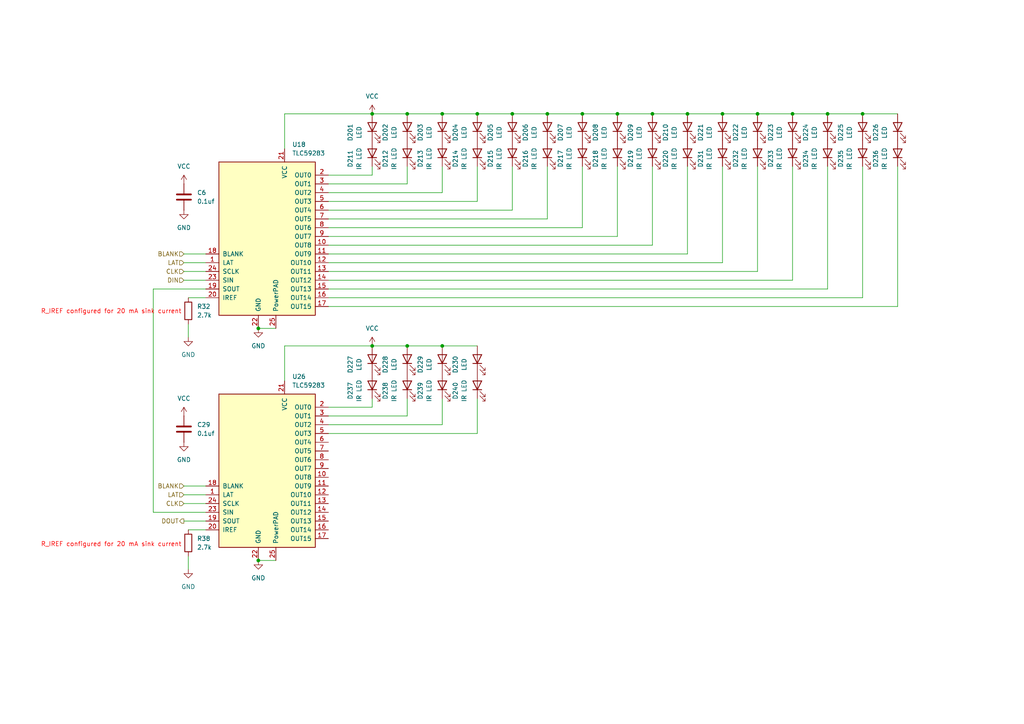
<source format=kicad_sch>
(kicad_sch (version 20250114) (generator "eeschema") (generator_version "9.0")
  (paper "A4")
  (lib_symbols
    (symbol "Device:C" (pin_numbers (hide yes)) (pin_names (offset 0.254))
      (property "Reference" "C" (at 0.635 2.54 0))
      (property "Value" "C" (at 0.635 -2.54 0))
      (symbol "C_0_1"
        (polyline (pts (xy -2.032 0.762) (xy 2.032 0.762)) (stroke (width 0.508)))
        (polyline (pts (xy -2.032 -0.762) (xy 2.032 -0.762)) (stroke (width 0.508)))
      )
      (symbol "C_1_1"
        (pin passive line (at 0 3.81 270) (length 2.794) (name "~") (number "1"))
        (pin passive line (at 0 -3.81 90) (length 2.794) (name "~") (number "2"))
      )
    )
    (symbol "Device:LED" (pin_numbers (hide yes)) (pin_names (offset 1.016) (hide yes))
      (property "Reference" "D" (at 0 2.54 0))
      (property "Value" "LED" (at 0 -2.54 0))
      (symbol "LED_0_1"
        (polyline (pts (xy -3.048 -0.762) (xy -4.572 -2.286) (xy -3.81 -2.286) (xy -4.572 -2.286) (xy -4.572 -1.524)))
        (polyline (pts (xy -1.778 -0.762) (xy -3.302 -2.286) (xy -2.54 -2.286) (xy -3.302 -2.286) (xy -3.302 -1.524)))
        (polyline (pts (xy -1.27 0) (xy 1.27 0)))
        (polyline (pts (xy -1.27 -1.27) (xy -1.27 1.27)) (stroke (width 0.254)))
        (polyline (pts (xy 1.27 -1.27) (xy 1.27 1.27) (xy -1.27 0) (xy 1.27 -1.27)) (stroke (width 0.254)))
      )
      (symbol "LED_1_1"
        (pin passive line (at -3.81 0 0) (length 2.54) (name "K") (number "1"))
        (pin passive line (at 3.81 0 180) (length 2.54) (name "A") (number "2"))
      )
    )
    (symbol "Device:R" (pin_numbers (hide yes)) (pin_names (offset 0))
      (property "Reference" "R" (at 2.032 0 90))
      (property "Value" "R" (at 0 0 90))
      (symbol "R_0_1"
        (rectangle (start -1.016 -2.54) (end 1.016 2.54) (stroke (width 0.254)))
      )
      (symbol "R_1_1"
        (pin passive line (at 0 3.81 270) (length 1.27) (name "~") (number "1"))
        (pin passive line (at 0 -3.81 90) (length 1.27) (name "~") (number "2"))
      )
    )
    (symbol "custom_symbols:TLC59283" (pin_names (offset 1.016))
      (property "Reference" "U" (at -13.97 38.1 0))
      (property "Value" "TLC59283" (at -13.97 35.56 0))
      (symbol "TLC59283_0_1"
        (rectangle (start -13.97 34.29) (end 13.97 -10.16) (stroke (width 0.254)) (fill (type background)))
        (pin input line (at -17.78 7.62 0) (length 3.81) (name "BLANK") (number "18"))
        (pin input line (at -17.78 5.08 0) (length 3.81) (name "LAT") (number "1"))
        (pin input line (at -17.78 2.54 0) (length 3.81) (name "SCLK") (number "24"))
        (pin input line (at -17.78 -5.08 0) (length 3.81) (name "IREF") (number "20"))
        (pin power_in line (at 5.08 38.1 270) (length 3.81) (name "VCC") (number "21"))
        (pin output line (at 17.78 30.48 180) (length 3.81) (name "OUT0") (number "2"))
        (pin output line (at 17.78 27.94 180) (length 3.81) (name "OUT1") (number "3"))
        (pin output line (at 17.78 25.4 180) (length 3.81) (name "OUT2") (number "4"))
        (pin output line (at 17.78 22.86 180) (length 3.81) (name "OUT3") (number "5"))
        (pin output line (at 17.78 20.32 180) (length 3.81) (name "OUT4") (number "6"))
        (pin output line (at 17.78 17.78 180) (length 3.81) (name "OUT5") (number "7"))
        (pin output line (at 17.78 15.24 180) (length 3.81) (name "OUT6") (number "8"))
        (pin output line (at 17.78 12.7 180) (length 3.81) (name "OUT7") (number "9"))
        (pin output line (at 17.78 10.16 180) (length 3.81) (name "OUT8") (number "10"))
        (pin output line (at 17.78 7.62 180) (length 3.81) (name "OUT9") (number "11"))
        (pin output line (at 17.78 5.08 180) (length 3.81) (name "OUT10") (number "12"))
        (pin output line (at 17.78 2.54 180) (length 3.81) (name "OUT11") (number "13"))
        (pin output line (at 17.78 0 180) (length 3.81) (name "OUT12") (number "14"))
        (pin output line (at 17.78 -2.54 180) (length 3.81) (name "OUT13") (number "15"))
        (pin output line (at 17.78 -5.08 180) (length 3.81) (name "OUT14") (number "16"))
      )
      (symbol "TLC59283_1_1"
        (pin input line (at -17.78 0 0) (length 3.81) (name "SIN") (number "23"))
        (pin output line (at -17.78 -2.54 0) (length 3.81) (name "SOUT") (number "19"))
        (pin power_in line (at -2.54 -13.97 90) (length 3.81) (name "GND") (number "22"))
        (pin power_in line (at 2.54 -13.97 90) (length 3.81) (name "PowerPAD") (number "25"))
        (pin output line (at 17.78 -7.62 180) (length 3.81) (name "OUT15") (number "17"))
      )
    )
    (symbol "power:+5V" (power) (pin_numbers (hide yes)) (pin_names (offset 0) (hide yes))
      (property "Value" "+5V" (at 0 3.556 0))
      (symbol "+5V_0_1"
        (polyline (pts (xy -0.762 1.27) (xy 0 2.54)))
        (polyline (pts (xy 0 2.54) (xy 0.762 1.27)))
        (polyline (pts (xy 0 0) (xy 0 2.54)))
      )
      (symbol "+5V_1_1"
        (pin power_in line (at 0 0 90) (length 0) (name "~") (number "1"))
      )
    )
    (symbol "power:+BATT" (power) (pin_numbers (hide yes)) (pin_names (offset 0) (hide yes))
      (property "Value" "+BATT" (at 0 3.556 0))
      (symbol "+BATT_0_1"
        (polyline (pts (xy -0.762 1.27) (xy 0 2.54)))
        (polyline (pts (xy 0 2.54) (xy 0.762 1.27)))
        (polyline (pts (xy 0 0) (xy 0 2.54)))
      )
      (symbol "+BATT_1_1"
        (pin power_in line (at 0 0 90) (length 0) (name "~") (number "1"))
      )
    )
    (symbol "power:GND" (power) (pin_numbers (hide yes)) (pin_names (offset 0) (hide yes))
      (property "Value" "GND" (at 0 -3.81 0))
      (symbol "GND_0_1"
        (polyline (pts (xy 0 0) (xy 0 -1.27) (xy 1.27 -1.27) (xy 0 -2.54) (xy -1.27 -1.27) (xy 0 -1.27)))
      )
      (symbol "GND_1_1"
        (pin power_in line (at 0 0 270) (length 0) (name "~") (number "1"))
      )
    )
  )
  (text "R_IREF configured for 20 mA sink current" (at 32.258 90.424 0) (effects (font (size 1.27 1.27))))
  (text "R_IREF configured for 20 mA sink current" (at 32.258 157.988 0) (effects (font (size 1.27 1.27))))
  (junction (at 168.91 33.02))
  (junction (at 240.03 33.02))
  (junction (at 118.11 33.02))
  (junction (at 189.23 33.02))
  (junction (at 179.07 33.02))
  (junction (at 128.27 33.02))
  (junction (at 107.95 33.02))
  (junction (at 250.19 33.02))
  (junction (at 148.59 33.02))
  (junction (at 209.55 33.02))
  (junction (at 199.39 33.02))
  (junction (at 107.95 100.33))
  (junction (at 118.11 100.33))
  (junction (at 158.75 33.02))
  (junction (at 74.93 162.56))
  (junction (at 138.43 33.02))
  (junction (at 74.93 95.25))
  (junction (at 229.87 33.02))
  (junction (at 128.27 100.33))
  (junction (at 219.71 33.02))
  (wire (pts (xy 128.27 100.33) (xy 138.43 100.33)))
  (wire (pts (xy 199.39 73.66) (xy 199.39 48.26)))
  (wire (pts (xy 128.27 55.88) (xy 95.25 55.88)))
  (wire (pts (xy 189.23 71.12) (xy 189.23 48.26)))
  (wire (pts (xy 199.39 33.02) (xy 209.55 33.02)))
  (wire (pts (xy 128.27 48.26) (xy 128.27 55.88)))
  (wire (pts (xy 53.34 151.13) (xy 59.69 151.13)))
  (wire (pts (xy 179.07 48.26) (xy 179.07 68.58)))
  (wire (pts (xy 138.43 48.26) (xy 138.43 58.42)))
  (wire (pts (xy 82.55 110.49) (xy 82.55 100.33)))
  (wire (pts (xy 118.11 115.57) (xy 118.11 120.65)))
  (wire (pts (xy 118.11 120.65) (xy 95.25 120.65)))
  (wire (pts (xy 74.93 95.25) (xy 80.01 95.25)))
  (wire (pts (xy 219.71 48.26) (xy 219.71 78.74)))
  (wire (pts (xy 229.87 81.28) (xy 229.87 48.26)))
  (wire (pts (xy 250.19 86.36) (xy 250.19 48.26)))
  (wire (pts (xy 107.95 50.8) (xy 95.25 50.8)))
  (wire (pts (xy 44.45 83.82) (xy 59.69 83.82)))
  (wire (pts (xy 260.35 48.26) (xy 260.35 88.9)))
  (wire (pts (xy 158.75 48.26) (xy 158.75 63.5)))
  (wire (pts (xy 118.11 100.33) (xy 128.27 100.33)))
  (wire (pts (xy 82.55 100.33) (xy 107.95 100.33)))
  (wire (pts (xy 240.03 48.26) (xy 240.03 83.82)))
  (wire (pts (xy 107.95 33.02) (xy 118.11 33.02)))
  (wire (pts (xy 95.25 76.2) (xy 209.55 76.2)))
  (wire (pts (xy 107.95 115.57) (xy 107.95 118.11)))
  (wire (pts (xy 168.91 48.26) (xy 168.91 66.04)))
  (wire (pts (xy 118.11 53.34) (xy 95.25 53.34)))
  (wire (pts (xy 59.69 153.67) (xy 54.61 153.67)))
  (wire (pts (xy 138.43 125.73) (xy 95.25 125.73)))
  (wire (pts (xy 158.75 33.02) (xy 168.91 33.02)))
  (wire (pts (xy 118.11 48.26) (xy 118.11 53.34)))
  (wire (pts (xy 95.25 86.36) (xy 250.19 86.36)))
  (wire (pts (xy 250.19 33.02) (xy 260.35 33.02)))
  (wire (pts (xy 53.34 140.97) (xy 59.69 140.97)))
  (wire (pts (xy 44.45 83.82) (xy 44.45 148.59)))
  (wire (pts (xy 179.07 68.58) (xy 95.25 68.58)))
  (wire (pts (xy 158.75 63.5) (xy 95.25 63.5)))
  (wire (pts (xy 148.59 33.02) (xy 158.75 33.02)))
  (wire (pts (xy 95.25 71.12) (xy 189.23 71.12)))
  (wire (pts (xy 168.91 33.02) (xy 179.07 33.02)))
  (wire (pts (xy 53.34 73.66) (xy 59.69 73.66)))
  (wire (pts (xy 53.34 81.28) (xy 59.69 81.28)))
  (wire (pts (xy 107.95 48.26) (xy 107.95 50.8)))
  (wire (pts (xy 138.43 33.02) (xy 148.59 33.02)))
  (wire (pts (xy 53.34 146.05) (xy 59.69 146.05)))
  (wire (pts (xy 138.43 58.42) (xy 95.25 58.42)))
  (wire (pts (xy 219.71 33.02) (xy 229.87 33.02)))
  (wire (pts (xy 74.93 162.56) (xy 80.01 162.56)))
  (wire (pts (xy 53.34 78.74) (xy 59.69 78.74)))
  (wire (pts (xy 118.11 33.02) (xy 128.27 33.02)))
  (wire (pts (xy 95.25 81.28) (xy 229.87 81.28)))
  (wire (pts (xy 229.87 33.02) (xy 240.03 33.02)))
  (wire (pts (xy 44.45 148.59) (xy 59.69 148.59)))
  (wire (pts (xy 107.95 100.33) (xy 118.11 100.33)))
  (wire (pts (xy 240.03 83.82) (xy 95.25 83.82)))
  (wire (pts (xy 54.61 161.29) (xy 54.61 165.1)))
  (wire (pts (xy 54.61 93.98) (xy 54.61 97.79)))
  (wire (pts (xy 148.59 48.26) (xy 148.59 60.96)))
  (wire (pts (xy 59.69 86.36) (xy 54.61 86.36)))
  (wire (pts (xy 128.27 123.19) (xy 95.25 123.19)))
  (wire (pts (xy 82.55 43.18) (xy 82.55 33.02)))
  (wire (pts (xy 128.27 115.57) (xy 128.27 123.19)))
  (wire (pts (xy 53.34 76.2) (xy 59.69 76.2)))
  (wire (pts (xy 53.34 143.51) (xy 59.69 143.51)))
  (wire (pts (xy 189.23 33.02) (xy 199.39 33.02)))
  (wire (pts (xy 82.55 33.02) (xy 107.95 33.02)))
  (wire (pts (xy 209.55 33.02) (xy 219.71 33.02)))
  (wire (pts (xy 240.03 33.02) (xy 250.19 33.02)))
  (wire (pts (xy 107.95 118.11) (xy 95.25 118.11)))
  (wire (pts (xy 138.43 115.57) (xy 138.43 125.73)))
  (wire (pts (xy 219.71 78.74) (xy 95.25 78.74)))
  (wire (pts (xy 148.59 60.96) (xy 95.25 60.96)))
  (wire (pts (xy 128.27 33.02) (xy 138.43 33.02)))
  (wire (pts (xy 209.55 76.2) (xy 209.55 48.26)))
  (wire (pts (xy 179.07 33.02) (xy 189.23 33.02)))
  (wire (pts (xy 95.25 73.66) (xy 199.39 73.66)))
  (wire (pts (xy 168.91 66.04) (xy 95.25 66.04)))
  (wire (pts (xy 260.35 88.9) (xy 95.25 88.9)))
  (hierarchical_label "LAT" (shape input) (at 53.34 76.2 180))
  (hierarchical_label "CLK" (shape input) (at 53.34 78.74 180))
  (hierarchical_label "DOUT" (shape output) (at 53.34 151.13 180))
  (hierarchical_label "BLANK" (shape input) (at 53.34 73.66 180))
  (hierarchical_label "CLK" (shape input) (at 53.34 146.05 180))
  (hierarchical_label "LAT" (shape input) (at 53.34 143.51 180))
  (hierarchical_label "BLANK" (shape input) (at 53.34 140.97 180))
  (hierarchical_label "DIN" (shape input) (at 53.34 81.28 180))
  (symbol (lib_id "Device:LED") (at 219.71 44.45 90) (unit 1)
    (property "Reference" "D232" (at 213.36 46.0375 0))
    (property "Value" "IR LED" (at 215.9 46.0375 0))
    (property "Footprint" "custom_footprints:XYC-HIR76C-LX4" (effects (hide yes)))
    (property "Description" "Light emitting diode" (effects (hide yes)))
  )
  (symbol (lib_id "Device:LED") (at 209.55 44.45 90) (unit 1)
    (property "Reference" "D231" (at 203.2 46.0375 0))
    (property "Value" "IR LED" (at 205.74 46.0375 0))
    (property "Footprint" "custom_footprints:XYC-HIR76C-LX4" (effects (hide yes)))
    (property "Description" "Light emitting diode" (effects (hide yes)))
  )
  (symbol (lib_id "custom_symbols:TLC59283") (at 77.47 81.28 0) (unit 1)
    (property "Reference" "U18" (at 84.7441 41.91 0) (effects (justify left)))
    (property "Value" "TLC59283" (at 84.7441 44.45 0) (effects (justify left)))
    (property "Footprint" "Package_DFN_QFN:Texas_RGE0024C_VQFN-24-1EP_4x4mm_P0.5mm_EP2.1x2.1mm_ThermalVias" (effects (hide yes)))
    (property "Description" "16-Channel, Constant-Current LED Driver with Pre-Charge FET" (effects (hide yes)))
  )
  (symbol (lib_id "Device:LED") (at 138.43 44.45 90) (unit 1)
    (property "Reference" "D214" (at 132.08 46.0375 0))
    (property "Value" "IR LED" (at 134.62 46.0375 0))
    (property "Footprint" "custom_footprints:XYC-HIR76C-LX4" (effects (hide yes)))
    (property "Description" "Light emitting diode" (effects (hide yes)))
  )
  (symbol (lib_id "Device:LED") (at 189.23 36.83 90) (unit 1)
    (property "Reference" "D209" (at 182.88 38.4175 0))
    (property "Value" "LED" (at 185.42 38.4175 0))
    (property "Footprint" "custom_footprints:HL-A-3528" (effects (hide yes)))
    (property "Description" "Light emitting diode" (effects (hide yes)))
  )
  (symbol (lib_id "power:+BATT") (at 53.34 53.34 0) (unit 1)
    (property "Reference" "#PWR075" (effects (hide yes)))
    (property "Value" "VCC" (at 53.34 48.26 0))
    (property "Description" "Power symbol creates a global label with name \"+BATT\"" (effects (hide yes)))
  )
  (symbol (lib_id "power:GND") (at 54.61 97.79 0) (unit 1)
    (property "Reference" "#PWR077" (effects (hide yes)))
    (property "Value" "GND" (at 54.61 102.87 0))
    (property "Description" "Power symbol creates a global label with name \"GND\" , ground" (effects (hide yes)))
  )
  (symbol (lib_id "Device:C") (at 53.34 57.15 180) (unit 1)
    (property "Reference" "C6" (at 57.15 55.8799 0) (effects (justify right)))
    (property "Value" "0.1uf" (at 57.15 58.4199 0) (effects (justify right)))
    (property "Footprint" "Capacitor_SMD:C_0402_1005Metric" (effects (hide yes)))
    (property "Description" "Unpolarized capacitor" (effects (hide yes)))
  )
  (symbol (lib_id "Device:R") (at 54.61 90.17 180) (unit 1)
    (property "Reference" "R32" (at 57.15 88.8999 0) (effects (justify right)))
    (property "Value" "2.7k" (at 57.15 91.4399 0) (effects (justify right)))
    (property "Footprint" "Resistor_SMD:R_0402_1005Metric" (effects (hide yes)))
    (property "Description" "Resistor" (effects (hide yes)))
  )
  (symbol (lib_id "Device:LED") (at 128.27 36.83 90) (unit 1)
    (property "Reference" "D203" (at 121.92 38.4175 0))
    (property "Value" "LED" (at 124.46 38.4175 0))
    (property "Footprint" "custom_footprints:HL-A-3528" (effects (hide yes)))
    (property "Description" "Light emitting diode" (effects (hide yes)))
  )
  (symbol (lib_id "Device:C") (at 53.34 124.46 180) (unit 1)
    (property "Reference" "C29" (at 57.15 123.1899 0) (effects (justify right)))
    (property "Value" "0.1uf" (at 57.15 125.7299 0) (effects (justify right)))
    (property "Footprint" "Capacitor_SMD:C_0402_1005Metric" (effects (hide yes)))
    (property "Description" "Unpolarized capacitor" (effects (hide yes)))
  )
  (symbol (lib_id "Device:LED") (at 107.95 104.14 90) (unit 1)
    (property "Reference" "D227" (at 101.6 105.7275 0))
    (property "Value" "LED" (at 104.14 105.7275 0))
    (property "Footprint" "custom_footprints:HL-A-3528" (effects (hide yes)))
    (property "Description" "Light emitting diode" (effects (hide yes)))
  )
  (symbol (lib_id "Device:LED") (at 118.11 111.76 90) (unit 1)
    (property "Reference" "D238" (at 111.76 113.3475 0))
    (property "Value" "IR LED" (at 114.3 113.3475 0))
    (property "Footprint" "custom_footprints:XYC-HIR76C-LX4" (effects (hide yes)))
    (property "Description" "Light emitting diode" (effects (hide yes)))
  )
  (symbol (lib_id "Device:LED") (at 138.43 104.14 90) (unit 1)
    (property "Reference" "D230" (at 132.08 105.7275 0))
    (property "Value" "LED" (at 134.62 105.7275 0))
    (property "Footprint" "custom_footprints:HL-A-3528" (effects (hide yes)))
    (property "Description" "Light emitting diode" (effects (hide yes)))
  )
  (symbol (lib_id "power:GND") (at 74.93 162.56 0) (unit 1)
    (property "Reference" "#PWR088" (effects (hide yes)))
    (property "Value" "GND" (at 74.93 167.64 0))
    (property "Description" "Power symbol creates a global label with name \"GND\" , ground" (effects (hide yes)))
  )
  (symbol (lib_id "Device:LED") (at 138.43 36.83 90) (unit 1)
    (property "Reference" "D204" (at 132.08 38.4175 0))
    (property "Value" "LED" (at 134.62 38.4175 0))
    (property "Footprint" "custom_footprints:HL-A-3528" (effects (hide yes)))
    (property "Description" "Light emitting diode" (effects (hide yes)))
  )
  (symbol (lib_id "Device:LED") (at 229.87 36.83 90) (unit 1)
    (property "Reference" "D223" (at 223.52 38.4175 0))
    (property "Value" "LED" (at 226.06 38.4175 0))
    (property "Footprint" "custom_footprints:HL-A-3528" (effects (hide yes)))
    (property "Description" "Light emitting diode" (effects (hide yes)))
  )
  (symbol (lib_id "Device:LED") (at 148.59 44.45 90) (unit 1)
    (property "Reference" "D215" (at 142.24 46.0375 0))
    (property "Value" "IR LED" (at 144.78 46.0375 0))
    (property "Footprint" "custom_footprints:XYC-HIR76C-LX4" (effects (hide yes)))
    (property "Description" "Light emitting diode" (effects (hide yes)))
  )
  (symbol (lib_id "Device:LED") (at 260.35 44.45 90) (unit 1)
    (property "Reference" "D236" (at 254 46.0375 0))
    (property "Value" "IR LED" (at 256.54 46.0375 0))
    (property "Footprint" "custom_footprints:XYC-HIR76C-LX4" (effects (hide yes)))
    (property "Description" "Light emitting diode" (effects (hide yes)))
  )
  (symbol (lib_id "Device:LED") (at 250.19 36.83 90) (unit 1)
    (property "Reference" "D225" (at 243.84 38.4175 0))
    (property "Value" "LED" (at 246.38 38.4175 0))
    (property "Footprint" "custom_footprints:HL-A-3528" (effects (hide yes)))
    (property "Description" "Light emitting diode" (effects (hide yes)))
  )
  (symbol (lib_id "Device:LED") (at 168.91 36.83 90) (unit 1)
    (property "Reference" "D207" (at 162.56 38.4175 0))
    (property "Value" "LED" (at 165.1 38.4175 0))
    (property "Footprint" "custom_footprints:HL-A-3528" (effects (hide yes)))
    (property "Description" "Light emitting diode" (effects (hide yes)))
  )
  (symbol (lib_id "power:+5V") (at 107.95 33.02 0) (unit 1)
    (property "Reference" "#PWR0134" (effects (hide yes)))
    (property "Value" "VCC" (at 107.95 27.94 0))
    (property "Description" "Power symbol creates a global label with name \"+5V\"" (effects (hide yes)))
  )
  (symbol (lib_id "power:GND") (at 53.34 60.96 0) (unit 1)
    (property "Reference" "#PWR076" (effects (hide yes)))
    (property "Value" "GND" (at 53.34 66.04 0))
    (property "Description" "Power symbol creates a global label with name \"GND\" , ground" (effects (hide yes)))
  )
  (symbol (lib_id "Device:LED") (at 250.19 44.45 90) (unit 1)
    (property "Reference" "D235" (at 243.84 46.0375 0))
    (property "Value" "IR LED" (at 246.38 46.0375 0))
    (property "Footprint" "custom_footprints:XYC-HIR76C-LX4" (effects (hide yes)))
    (property "Description" "Light emitting diode" (effects (hide yes)))
  )
  (symbol (lib_id "Device:LED") (at 128.27 104.14 90) (unit 1)
    (property "Reference" "D229" (at 121.92 105.7275 0))
    (property "Value" "LED" (at 124.46 105.7275 0))
    (property "Footprint" "custom_footprints:HL-A-3528" (effects (hide yes)))
    (property "Description" "Light emitting diode" (effects (hide yes)))
  )
  (symbol (lib_id "Device:LED") (at 240.03 44.45 90) (unit 1)
    (property "Reference" "D234" (at 233.68 46.0375 0))
    (property "Value" "IR LED" (at 236.22 46.0375 0))
    (property "Footprint" "custom_footprints:XYC-HIR76C-LX4" (effects (hide yes)))
    (property "Description" "Light emitting diode" (effects (hide yes)))
  )
  (symbol (lib_id "custom_symbols:TLC59283") (at 77.47 148.59 0) (unit 1)
    (property "Reference" "U26" (at 84.7441 109.22 0) (effects (justify left)))
    (property "Value" "TLC59283" (at 84.7441 111.76 0) (effects (justify left)))
    (property "Footprint" "Package_DFN_QFN:Texas_RGE0024C_VQFN-24-1EP_4x4mm_P0.5mm_EP2.1x2.1mm_ThermalVias" (effects (hide yes)))
    (property "Description" "16-Channel, Constant-Current LED Driver with Pre-Charge FET" (effects (hide yes)))
  )
  (symbol (lib_id "Device:LED") (at 179.07 36.83 90) (unit 1)
    (property "Reference" "D208" (at 172.72 38.4175 0))
    (property "Value" "LED" (at 175.26 38.4175 0))
    (property "Footprint" "custom_footprints:HL-A-3528" (effects (hide yes)))
    (property "Description" "Light emitting diode" (effects (hide yes)))
  )
  (symbol (lib_id "Device:LED") (at 148.59 36.83 90) (unit 1)
    (property "Reference" "D205" (at 142.24 38.4175 0))
    (property "Value" "LED" (at 144.78 38.4175 0))
    (property "Footprint" "custom_footprints:HL-A-3528" (effects (hide yes)))
    (property "Description" "Light emitting diode" (effects (hide yes)))
  )
  (symbol (lib_id "Device:LED") (at 128.27 44.45 90) (unit 1)
    (property "Reference" "D213" (at 121.92 46.0375 0))
    (property "Value" "IR LED" (at 124.46 46.0375 0))
    (property "Footprint" "custom_footprints:XYC-HIR76C-LX4" (effects (hide yes)))
    (property "Description" "Light emitting diode" (effects (hide yes)))
  )
  (symbol (lib_id "Device:LED") (at 168.91 44.45 90) (unit 1)
    (property "Reference" "D217" (at 162.56 46.0375 0))
    (property "Value" "IR LED" (at 165.1 46.0375 0))
    (property "Footprint" "custom_footprints:XYC-HIR76C-LX4" (effects (hide yes)))
    (property "Description" "Light emitting diode" (effects (hide yes)))
  )
  (symbol (lib_id "Device:LED") (at 199.39 36.83 90) (unit 1)
    (property "Reference" "D210" (at 193.04 38.4175 0))
    (property "Value" "LED" (at 195.58 38.4175 0))
    (property "Footprint" "custom_footprints:HL-A-3528" (effects (hide yes)))
    (property "Description" "Light emitting diode" (effects (hide yes)))
  )
  (symbol (lib_id "Device:LED") (at 240.03 36.83 90) (unit 1)
    (property "Reference" "D224" (at 233.68 38.4175 0))
    (property "Value" "LED" (at 236.22 38.4175 0))
    (property "Footprint" "custom_footprints:HL-A-3528" (effects (hide yes)))
    (property "Description" "Light emitting diode" (effects (hide yes)))
  )
  (symbol (lib_id "Device:LED") (at 118.11 104.14 90) (unit 1)
    (property "Reference" "D228" (at 111.76 105.7275 0))
    (property "Value" "LED" (at 114.3 105.7275 0))
    (property "Footprint" "custom_footprints:HL-A-3528" (effects (hide yes)))
    (property "Description" "Light emitting diode" (effects (hide yes)))
  )
  (symbol (lib_id "Device:LED") (at 138.43 111.76 90) (unit 1)
    (property "Reference" "D240" (at 132.08 113.3475 0))
    (property "Value" "IR LED" (at 134.62 113.3475 0))
    (property "Footprint" "custom_footprints:XYC-HIR76C-LX4" (effects (hide yes)))
    (property "Description" "Light emitting diode" (effects (hide yes)))
  )
  (symbol (lib_id "power:+BATT") (at 53.34 120.65 0) (unit 1)
    (property "Reference" "#PWR085" (effects (hide yes)))
    (property "Value" "VCC" (at 53.34 115.57 0))
    (property "Description" "Power symbol creates a global label with name \"+BATT\"" (effects (hide yes)))
  )
  (symbol (lib_id "Device:R") (at 54.61 157.48 180) (unit 1)
    (property "Reference" "R38" (at 57.15 156.2099 0) (effects (justify right)))
    (property "Value" "2.7k" (at 57.15 158.7499 0) (effects (justify right)))
    (property "Footprint" "Resistor_SMD:R_0402_1005Metric" (effects (hide yes)))
    (property "Description" "Resistor" (effects (hide yes)))
  )
  (symbol (lib_id "Device:LED") (at 199.39 44.45 90) (unit 1)
    (property "Reference" "D220" (at 193.04 46.0375 0))
    (property "Value" "IR LED" (at 195.58 46.0375 0))
    (property "Footprint" "custom_footprints:XYC-HIR76C-LX4" (effects (hide yes)))
    (property "Description" "Light emitting diode" (effects (hide yes)))
  )
  (symbol (lib_id "Device:LED") (at 209.55 36.83 90) (unit 1)
    (property "Reference" "D221" (at 203.2 38.4175 0))
    (property "Value" "LED" (at 205.74 38.4175 0))
    (property "Footprint" "custom_footprints:HL-A-3528" (effects (hide yes)))
    (property "Description" "Light emitting diode" (effects (hide yes)))
  )
  (symbol (lib_id "Device:LED") (at 107.95 111.76 90) (unit 1)
    (property "Reference" "D237" (at 101.6 113.3475 0))
    (property "Value" "IR LED" (at 104.14 113.3475 0))
    (property "Footprint" "custom_footprints:XYC-HIR76C-LX4" (effects (hide yes)))
    (property "Description" "Light emitting diode" (effects (hide yes)))
  )
  (symbol (lib_id "Device:LED") (at 158.75 44.45 90) (unit 1)
    (property "Reference" "D216" (at 152.4 46.0375 0))
    (property "Value" "IR LED" (at 154.94 46.0375 0))
    (property "Footprint" "custom_footprints:XYC-HIR76C-LX4" (effects (hide yes)))
    (property "Description" "Light emitting diode" (effects (hide yes)))
  )
  (symbol (lib_id "power:GND") (at 74.93 95.25 0) (unit 1)
    (property "Reference" "#PWR078" (effects (hide yes)))
    (property "Value" "GND" (at 74.93 100.33 0))
    (property "Description" "Power symbol creates a global label with name \"GND\" , ground" (effects (hide yes)))
  )
  (symbol (lib_id "Device:LED") (at 107.95 44.45 90) (unit 1)
    (property "Reference" "D211" (at 101.6 46.0375 0))
    (property "Value" "IR LED" (at 104.14 46.0375 0))
    (property "Footprint" "custom_footprints:XYC-HIR76C-LX4" (effects (hide yes)))
    (property "Description" "Light emitting diode" (effects (hide yes)))
  )
  (symbol (lib_id "Device:LED") (at 118.11 36.83 90) (unit 1)
    (property "Reference" "D202" (at 111.76 38.4175 0))
    (property "Value" "LED" (at 114.3 38.4175 0))
    (property "Footprint" "custom_footprints:HL-A-3528" (effects (hide yes)))
    (property "Description" "Light emitting diode" (effects (hide yes)))
  )
  (symbol (lib_id "Device:LED") (at 179.07 44.45 90) (unit 1)
    (property "Reference" "D218" (at 172.72 46.0375 0))
    (property "Value" "IR LED" (at 175.26 46.0375 0))
    (property "Footprint" "custom_footprints:XYC-HIR76C-LX4" (effects (hide yes)))
    (property "Description" "Light emitting diode" (effects (hide yes)))
  )
  (symbol (lib_id "Device:LED") (at 118.11 44.45 90) (unit 1)
    (property "Reference" "D212" (at 111.76 46.0375 0))
    (property "Value" "IR LED" (at 114.3 46.0375 0))
    (property "Footprint" "custom_footprints:XYC-HIR76C-LX4" (effects (hide yes)))
    (property "Description" "Light emitting diode" (effects (hide yes)))
  )
  (symbol (lib_id "power:+5V") (at 107.95 100.33 0) (unit 1)
    (property "Reference" "#PWR0133" (effects (hide yes)))
    (property "Value" "VCC" (at 107.95 95.25 0))
    (property "Description" "Power symbol creates a global label with name \"+5V\"" (effects (hide yes)))
  )
  (symbol (lib_id "Device:LED") (at 219.71 36.83 90) (unit 1)
    (property "Reference" "D222" (at 213.36 38.4175 0))
    (property "Value" "LED" (at 215.9 38.4175 0))
    (property "Footprint" "custom_footprints:HL-A-3528" (effects (hide yes)))
    (property "Description" "Light emitting diode" (effects (hide yes)))
  )
  (symbol (lib_id "Device:LED") (at 158.75 36.83 90) (unit 1)
    (property "Reference" "D206" (at 152.4 38.4175 0))
    (property "Value" "LED" (at 154.94 38.4175 0))
    (property "Footprint" "custom_footprints:HL-A-3528" (effects (hide yes)))
    (property "Description" "Light emitting diode" (effects (hide yes)))
  )
  (symbol (lib_id "power:GND") (at 53.34 128.27 0) (unit 1)
    (property "Reference" "#PWR086" (effects (hide yes)))
    (property "Value" "GND" (at 53.34 133.35 0))
    (property "Description" "Power symbol creates a global label with name \"GND\" , ground" (effects (hide yes)))
  )
  (symbol (lib_id "power:GND") (at 54.61 165.1 0) (unit 1)
    (property "Reference" "#PWR087" (effects (hide yes)))
    (property "Value" "GND" (at 54.61 170.18 0))
    (property "Description" "Power symbol creates a global label with name \"GND\" , ground" (effects (hide yes)))
  )
  (symbol (lib_id "Device:LED") (at 229.87 44.45 90) (unit 1)
    (property "Reference" "D233" (at 223.52 46.0375 0))
    (property "Value" "IR LED" (at 226.06 46.0375 0))
    (property "Footprint" "custom_footprints:XYC-HIR76C-LX4" (effects (hide yes)))
    (property "Description" "Light emitting diode" (effects (hide yes)))
  )
  (symbol (lib_id "Device:LED") (at 107.95 36.83 90) (unit 1)
    (property "Reference" "D201" (at 101.6 38.4175 0))
    (property "Value" "LED" (at 104.14 38.4175 0))
    (property "Footprint" "custom_footprints:HL-A-3528" (effects (hide yes)))
    (property "Description" "Light emitting diode" (effects (hide yes)))
  )
  (symbol (lib_id "Device:LED") (at 260.35 36.83 90) (unit 1)
    (property "Reference" "D226" (at 254 38.4175 0))
    (property "Value" "LED" (at 256.54 38.4175 0))
    (property "Footprint" "custom_footprints:HL-A-3528" (effects (hide yes)))
    (property "Description" "Light emitting diode" (effects (hide yes)))
  )
  (symbol (lib_id "Device:LED") (at 128.27 111.76 90) (unit 1)
    (property "Reference" "D239" (at 121.92 113.3475 0))
    (property "Value" "IR LED" (at 124.46 113.3475 0))
    (property "Footprint" "custom_footprints:XYC-HIR76C-LX4" (effects (hide yes)))
    (property "Description" "Light emitting diode" (effects (hide yes)))
  )
  (symbol (lib_id "Device:LED") (at 189.23 44.45 90) (unit 1)
    (property "Reference" "D219" (at 182.88 46.0375 0))
    (property "Value" "IR LED" (at 185.42 46.0375 0))
    (property "Footprint" "custom_footprints:XYC-HIR76C-LX4" (effects (hide yes)))
    (property "Description" "Light emitting diode" (effects (hide yes)))
  )
)
</source>
